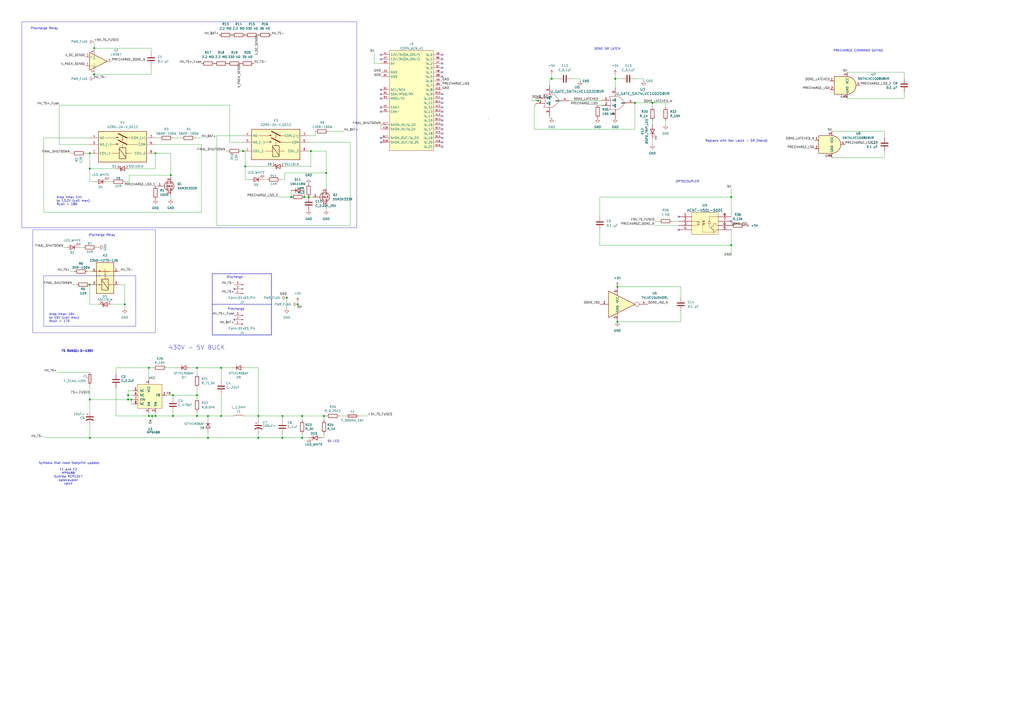
<source format=kicad_sch>
(kicad_sch (version 20250114) (generator "eeschema") (generator_version "9.0")
  (paper "A2")
  (rectangle (start 123.19 158.75) (end 157.48 176.53))
  (rectangle (start 123.19 176.53) (end 157.48 194.31))
  (text "drop Vmax 14V \nto 13.2V (coil max)\nRcoil = 180" (at 32.766 119.38 0) (effects (font (size 1.27 1.27)) (justify left bottom)))
  (text "Replace with Nor Latch - SR (Nand)" (at 427.228 81.788 0) (effects (font (size 1.27 1.27))))
  (text "F1 and F2\nMP9488\nSumida RCP1317\noptocoupler\nlatch" (at 39.624 276.606 0) (effects (font (size 1.27 1.27))))
  (text "OPTOCOUPLER" (at 398.78 105.41 0) (effects (font (size 1.27 1.27))))
  (text "Discharge" (at 136.144 160.782 0) (effects (font (size 1.27 1.27))))
  (text "430V - 5V BUCK" (at 97.79 203.2 0) (effects (font (size 2.4892 2.4892)) (justify left bottom)))
  (text "TS RANGE: 0-430V" (at 35.56 204.47 0) (effects (font (size 1.27 1.27) (thickness 0.254) (bold yes)) (justify left bottom)))
  (text "Discharge Relay" (at 51.308 137.16 0) (effects (font (size 1.27 1.27)) (justify left bottom)))
  (text "drop Vmax 16V \nto 15V (coil max)\nRcoil = 175\n" (at 28.448 187.198 0) (effects (font (size 1.27 1.27)) (justify left bottom)))
  (text "5V LED" (at 196.85 256.794 0) (effects (font (size 1.27 1.27)) (justify right bottom)))
  (text "Precharge\n" (at 136.906 179.324 0) (effects (font (size 1.27 1.27))))
  (text "Precharge Relay\n" (at 17.78 17.272 0) (effects (font (size 1.27 1.27)) (justify left bottom)))
  (text "DONE SR LATCH" (at 352.298 28.448 0) (effects (font (size 1.27 1.27))))
  (text "Symbols that need footprint update:" (at 40.132 268.732 0) (effects (font (size 1.27 1.27))))
  (text "PRECHARGE COMMAND GATING" (at 497.84 29.464 0) (effects (font (size 1.27 1.27))))
  (junction (at 140.97 87.63))
  (junction (at 100.33 241.3))
  (junction (at 114.3 213.36))
  (junction (at 74.295 231.775))
  (junction (at 52.07 165.1))
  (junction (at 424.18 114.3))
  (junction (at 163.83 254))
  (junction (at 168.91 114.3))
  (junction (at 100.33 229.235))
  (junction (at 180.34 87.63))
  (junction (at 358.14 166.37))
  (junction (at 90.17 241.3))
  (junction (at 128.27 213.36))
  (junction (at 179.07 114.3))
  (junction (at 74.295 229.235))
  (junction (at 172.72 176.53))
  (junction (at 189.23 100.33))
  (junction (at 424.18 142.24))
  (junction (at 176.53 114.3))
  (junction (at 86.36 241.3))
  (junction (at 175.26 254))
  (junction (at 175.26 241.3))
  (junction (at 120.65 254))
  (junction (at 120.65 241.3))
  (junction (at 312.166 58.42))
  (junction (at 114.3 241.3))
  (junction (at 358.14 186.69))
  (junction (at 52.07 254))
  (junction (at 142.24 96.52))
  (junction (at 54.61 43.18))
  (junction (at 88.265 241.3))
  (junction (at 86.36 213.36))
  (junction (at 166.37 172.72))
  (junction (at 114.3 229.235))
  (junction (at 378.46 59.69))
  (junction (at 76.2 231.775))
  (junction (at 52.07 97.79))
  (junction (at 187.96 241.3))
  (junction (at 368.3 59.69))
  (junction (at 54.61 27.94))
  (junction (at 52.07 231.775))
  (junction (at 72.39 176.53))
  (junction (at 128.27 241.3))
  (junction (at 320.04 45.72))
  (junction (at 90.17 88.9))
  (junction (at 356.87 45.72))
  (junction (at 163.83 241.3))
  (junction (at 149.86 254))
  (junction (at 149.86 241.3))
  (junction (at 99.06 101.6))
  (junction (at 52.07 88.9))
  (no_connect (at 256.54 54.61))
  (no_connect (at 220.98 31.75))
  (no_connect (at 256.54 62.23))
  (no_connect (at 256.54 59.69))
  (no_connect (at 256.54 77.47))
  (no_connect (at 220.98 54.61))
  (no_connect (at 220.98 80.01))
  (no_connect (at 220.98 82.55))
  (no_connect (at 256.54 44.45))
  (no_connect (at 256.54 69.85))
  (no_connect (at 256.54 85.09))
  (no_connect (at 424.18 128.27))
  (no_connect (at 256.54 41.91))
  (no_connect (at 256.54 64.77))
  (no_connect (at 220.98 57.15))
  (no_connect (at 220.98 34.29))
  (no_connect (at 135.89 167.64))
  (no_connect (at 220.98 52.07))
  (no_connect (at 256.54 34.29))
  (no_connect (at 220.98 62.23))
  (no_connect (at 256.54 74.93))
  (no_connect (at 220.98 64.77))
  (no_connect (at 135.89 185.42))
  (no_connect (at 256.54 36.83))
  (no_connect (at 256.54 57.15))
  (no_connect (at 256.54 67.31))
  (no_connect (at 256.54 39.37))
  (no_connect (at 256.54 31.75))
  (no_connect (at 256.54 72.39))
  (no_connect (at 393.7 133.35))
  (no_connect (at 256.54 80.01))
  (no_connect (at 393.7 125.73))
  (no_connect (at 256.54 82.55))
  (wire (pts (xy 308.61 58.42) (xy 308.61 57.15)))
  (wire (pts (xy 220.98 72.39) (xy 220.98 74.93)))
  (wire (pts (xy 90.17 97.79) (xy 90.17 88.9)))
  (wire (pts (xy 175.26 254) (xy 179.07 254)))
  (wire (pts (xy 368.3 59.69) (xy 368.3 74.93)))
  (wire (pts (xy 142.24 241.3) (xy 149.86 241.3)))
  (wire (pts (xy 189.23 100.33) (xy 189.23 109.22)))
  (wire (pts (xy 49.53 88.9) (xy 52.07 88.9)))
  (wire (pts (xy 50.8 157.48) (xy 53.34 157.48)))
  (wire (pts (xy 125.73 130.81) (xy 203.2 130.81)))
  (wire (pts (xy 52.07 231.775) (xy 52.07 238.76)))
  (wire (pts (xy 312.166 58.42) (xy 312.42 58.42)))
  (wire (pts (xy 310.896 58.166) (xy 310.896 56.896)))
  (wire (pts (xy 142.24 104.14) (xy 144.78 104.14)))
  (wire (pts (xy 86.36 213.36) (xy 86.36 220.345)))
  (wire (pts (xy 424.18 109.22) (xy 424.18 114.3)))
  (wire (pts (xy 52.07 80.01) (xy 25.4 80.01)))
  (wire (pts (xy 142.24 87.63) (xy 142.24 96.52)))
  (wire (pts (xy 120.65 250.825) (xy 120.65 254)))
  (wire (pts (xy 44.45 165.1) (xy 41.91 165.1)))
  (wire (pts (xy 149.86 254) (xy 163.83 254)))
  (wire (pts (xy 182.88 78.74) (xy 182.88 76.2)))
  (wire (pts (xy 87.63 30.48) (xy 87.63 27.94)))
  (wire (pts (xy 90.17 241.3) (xy 88.265 241.3)))
  (wire (pts (xy 309.88 74.93) (xy 368.3 74.93)))
  (wire (pts (xy 52.07 176.53) (xy 57.15 176.53)))
  (polyline (pts (xy 25.4 160.02) (xy 58.42 160.02)))
  (wire (pts (xy 163.83 251.46) (xy 163.83 254)))
  (wire (pts (xy 86.36 239.395) (xy 86.36 241.3)))
  (wire (pts (xy 86.36 213.36) (xy 88.9 213.36)))
  (wire (pts (xy 87.63 38.1) (xy 87.63 43.18)))
  (wire (pts (xy 394.97 172.72) (xy 394.97 166.37)))
  (wire (pts (xy 157.48 96.52) (xy 142.24 96.52)))
  (wire (pts (xy 142.24 213.36) (xy 149.86 213.36)))
  (wire (pts (xy 54.61 24.13) (xy 54.61 27.94)))
  (wire (pts (xy 318.77 45.72) (xy 320.04 45.72)))
  (wire (pts (xy 356.87 43.18) (xy 356.87 45.72)))
  (wire (pts (xy 36.83 143.51) (xy 38.1 143.51)))
  (wire (pts (xy 165.1 100.33) (xy 189.23 100.33)))
  (wire (pts (xy 87.63 27.94) (xy 54.61 27.94)))
  (wire (pts (xy 74.93 101.6) (xy 99.06 101.6)))
  (wire (pts (xy 189.23 87.63) (xy 180.34 87.63)))
  (wire (pts (xy 310.896 60.96) (xy 310.896 59.944)))
  (wire (pts (xy 67.31 241.3) (xy 86.36 241.3)))
  (wire (pts (xy 55.88 143.51) (xy 57.15 143.51)))
  (wire (pts (xy 389.89 128.27) (xy 393.7 128.27)))
  (polyline (pts (xy 123.19 158.75) (xy 157.48 158.75)))
  (wire (pts (xy 356.87 45.72) (xy 360.68 45.72)))
  (wire (pts (xy 100.33 229.235) (xy 114.3 229.235)))
  (wire (pts (xy 90.17 241.3) (xy 100.33 241.3)))
  (wire (pts (xy 166.37 171.45) (xy 166.37 172.72)))
  (wire (pts (xy 187.96 241.3) (xy 189.23 241.3)))
  (wire (pts (xy 87.63 43.18) (xy 54.61 43.18)))
  (wire (pts (xy 318.77 68.58) (xy 320.04 68.58)))
  (polyline (pts (xy 90.17 133.35) (xy 90.17 193.04)))
  (wire (pts (xy 114.3 224.79) (xy 114.3 229.235)))
  (wire (pts (xy 149.86 241.3) (xy 149.86 243.84)))
  (wire (pts (xy 52.07 246.38) (xy 52.07 254)))
  (wire (pts (xy 163.83 241.3) (xy 175.26 241.3)))
  (wire (pts (xy 52.07 165.1) (xy 53.34 165.1)))
  (wire (pts (xy 348.996 58.42) (xy 348.996 58.166)))
  (wire (pts (xy 34.29 60.96) (xy 34.29 83.82)))
  (wire (pts (xy 176.53 114.3) (xy 179.07 114.3)))
  (wire (pts (xy 491.49 57.15) (xy 524.51 57.15)))
  (wire (pts (xy 524.51 41.91) (xy 524.51 45.72)))
  (wire (pts (xy 320.04 43.18) (xy 320.04 45.72)))
  (polyline (pts (xy 19.05 133.35) (xy 90.17 133.35)))
  (wire (pts (xy 120.65 241.3) (xy 120.65 243.205)))
  (wire (pts (xy 165.1 104.14) (xy 162.56 104.14)))
  (wire (pts (xy 52.07 88.9) (xy 52.07 97.79)))
  (wire (pts (xy 100.33 238.76) (xy 100.33 241.3)))
  (wire (pts (xy 513.08 76.2) (xy 513.08 80.01)))
  (wire (pts (xy 74.295 226.695) (xy 74.295 229.235)))
  (wire (pts (xy 513.08 91.44) (xy 482.6 91.44)))
  (wire (pts (xy 74.93 97.79) (xy 90.17 97.79)))
  (wire (pts (xy 330.2 58.42) (xy 348.996 58.42)))
  (wire (pts (xy 386.08 69.85) (xy 386.08 72.39)))
  (wire (pts (xy 110.49 213.36) (xy 114.3 213.36)))
  (wire (pts (xy 166.37 172.72) (xy 166.37 179.07)))
  (wire (pts (xy 90.17 80.01) (xy 92.71 80.01)))
  (polyline (pts (xy 12.7 132.08) (xy 207.01 132.08)))
  (wire (pts (xy 52.07 254) (xy 120.65 254)))
  (wire (pts (xy 186.69 254) (xy 187.96 254)))
  (wire (pts (xy 96.52 213.36) (xy 102.87 213.36)))
  (wire (pts (xy 203.2 130.81) (xy 203.2 82.55)))
  (wire (pts (xy 175.26 241.3) (xy 175.26 243.84)))
  (wire (pts (xy 100.33 80.01) (xy 105.41 80.01)))
  (wire (pts (xy 491.49 41.91) (xy 524.51 41.91)))
  (wire (pts (xy 175.26 241.3) (xy 187.96 241.3)))
  (wire (pts (xy 424.18 114.3) (xy 424.18 125.73)))
  (wire (pts (xy 90.17 83.82) (xy 116.84 83.82)))
  (wire (pts (xy 346.71 60.96) (xy 348.996 60.96)))
  (wire (pts (xy 77.47 226.695) (xy 74.295 226.695)))
  (wire (pts (xy 128.27 228.6) (xy 128.27 241.3)))
  (wire (pts (xy 152.4 104.14) (xy 154.94 104.14)))
  (wire (pts (xy 394.97 166.37) (xy 358.14 166.37)))
  (wire (pts (xy 165.1 96.52) (xy 180.34 96.52)))
  (wire (pts (xy 130.81 87.63) (xy 132.08 87.63)))
  (wire (pts (xy 373.38 45.72) (xy 373.38 46.99)))
  (wire (pts (xy 40.64 88.9) (xy 41.91 88.9)))
  (wire (pts (xy 318.77 45.72) (xy 318.77 49.53)))
  (wire (pts (xy 179.07 87.63) (xy 180.34 87.63)))
  (wire (pts (xy 165.1 104.14) (xy 165.1 100.33)))
  (wire (pts (xy 163.83 254) (xy 175.26 254)))
  (wire (pts (xy 394.97 186.69) (xy 394.97 180.34)))
  (wire (pts (xy 348.996 60.96) (xy 348.996 61.214)))
  (wire (pts (xy 140.97 87.63) (xy 142.24 87.63)))
  (wire (pts (xy 336.55 45.72) (xy 336.55 46.99)))
  (wire (pts (xy 67.31 213.36) (xy 67.31 217.17)))
  (wire (pts (xy 378.46 80.01) (xy 378.46 83.82)))
  (wire (pts (xy 187.96 241.3) (xy 187.96 243.84)))
  (wire (pts (xy 208.28 241.3) (xy 213.36 241.3)))
  (wire (pts (xy 76.2 234.315) (xy 76.2 231.775)))
  (wire (pts (xy 77.47 229.235) (xy 74.295 229.235)))
  (wire (pts (xy 88.265 241.3) (xy 88.265 243.205)))
  (wire (pts (xy 179.07 114.3) (xy 181.61 114.3)))
  (wire (pts (xy 114.3 238.76) (xy 114.3 241.3)))
  (wire (pts (xy 33.02 215.9) (xy 52.07 215.9)))
  (wire (pts (xy 347.98 133.35) (xy 347.98 142.24)))
  (wire (pts (xy 310.896 58.166) (xy 312.166 58.166)))
  (wire (pts (xy 217.17 36.83) (xy 217.17 30.48)))
  (wire (pts (xy 133.35 60.96) (xy 133.35 82.55)))
  (wire (pts (xy 368.3 45.72) (xy 373.38 45.72)))
  (wire (pts (xy 149.86 251.46) (xy 149.86 254)))
  (polyline (pts (xy 78.74 160.02) (xy 78.74 189.23)))
  (wire (pts (xy 67.31 213.36) (xy 86.36 213.36)))
  (wire (pts (xy 168.91 110.49) (xy 168.91 114.3)))
  (wire (pts (xy 34.29 83.82) (xy 52.07 83.82)))
  (wire (pts (xy 128.27 213.36) (xy 134.62 213.36)))
  (wire (pts (xy 52.07 97.79) (xy 52.07 105.41)))
  (wire (pts (xy 74.295 231.775) (xy 76.2 231.775)))
  (polyline (pts (xy 207.01 132.08) (xy 207.01 12.7)))
  (polyline (pts (xy 25.4 189.23) (xy 25.4 160.02)))
  (wire (pts (xy 172.72 175.26) (xy 172.72 176.53)))
  (wire (pts (xy 190.5 76.2) (xy 199.39 76.2)))
  (wire (pts (xy 99.06 115.57) (xy 99.06 113.03)))
  (wire (pts (xy 90.17 239.395) (xy 90.17 241.3)))
  (wire (pts (xy 62.23 105.41) (xy 64.77 105.41)))
  (wire (pts (xy 52.07 165.1) (xy 52.07 176.53)))
  (polyline (pts (xy 19.05 193.04) (xy 19.05 133.35)))
  (wire (pts (xy 64.77 176.53) (xy 72.39 176.53)))
  (wire (pts (xy 54.61 43.18) (xy 54.61 45.72)))
  (wire (pts (xy 176.53 110.49) (xy 176.53 114.3)))
  (wire (pts (xy 424.18 133.35) (xy 424.18 142.24)))
  (wire (pts (xy 74.93 105.41) (xy 74.93 101.6)))
  (wire (pts (xy 116.84 123.19) (xy 116.84 83.82)))
  (wire (pts (xy 77.47 234.315) (xy 76.2 234.315)))
  (wire (pts (xy 347.98 114.3) (xy 424.18 114.3)))
  (wire (pts (xy 52.07 231.775) (xy 74.295 231.775)))
  (wire (pts (xy 524.51 53.34) (xy 524.51 57.15)))
  (wire (pts (xy 358.14 186.69) (xy 394.97 186.69)))
  (wire (pts (xy 96.52 229.235) (xy 100.33 229.235)))
  (wire (pts (xy 25.4 80.01) (xy 25.4 123.19)))
  (wire (pts (xy 68.58 165.1) (xy 72.39 165.1)))
  (wire (pts (xy 318.77 67.31) (xy 318.77 68.58)))
  (wire (pts (xy 172.72 176.53) (xy 172.72 179.07)))
  (wire (pts (xy 25.4 123.19) (xy 116.84 123.19)))
  (polyline (pts (xy 12.7 12.7) (xy 207.01 12.7)))
  (wire (pts (xy 140.97 78.74) (xy 125.73 78.74)))
  (wire (pts (xy 100.33 229.235) (xy 100.33 231.14)))
  (wire (pts (xy 331.47 45.72) (xy 336.55 45.72)))
  (wire (pts (xy 125.73 78.74) (xy 125.73 130.81)))
  (wire (pts (xy 189.23 121.92) (xy 189.23 119.38)))
  (polyline (pts (xy 55.88 160.02) (xy 78.74 160.02)))
  (wire (pts (xy 90.17 88.9) (xy 99.06 88.9)))
  (wire (pts (xy 386.08 59.69) (xy 386.08 62.23)))
  (wire (pts (xy 45.72 143.51) (xy 48.26 143.51)))
  (wire (pts (xy 378.46 69.85) (xy 378.46 72.39)))
  (wire (pts (xy 91.44 107.95) (xy 90.17 107.95)))
  (wire (pts (xy 52.07 223.52) (xy 52.07 231.775)))
  (wire (pts (xy 308.61 58.42) (xy 312.166 58.42)))
  (polyline (pts (xy 123.19 158.75) (xy 123.19 194.31)))
  (wire (pts (xy 114.3 241.3) (xy 120.65 241.3)))
  (wire (pts (xy 513.08 87.63) (xy 513.08 91.44)))
  (wire (pts (xy 128.27 213.36) (xy 128.27 220.98)))
  (wire (pts (xy 72.39 165.1) (xy 72.39 176.53)))
  (polyline (pts (xy 12.7 12.7) (xy 12.7 132.08)))
  (wire (pts (xy 74.295 229.235) (xy 74.295 231.775)))
  (wire (pts (xy 100.33 241.3) (xy 114.3 241.3)))
  (wire (pts (xy 149.86 213.36) (xy 149.86 241.3)))
  (wire (pts (xy 368.3 59.69) (xy 378.46 59.69)))
  (wire (pts (xy 67.31 97.79) (xy 52.07 97.79)))
  (wire (pts (xy 379.73 130.81) (xy 393.7 130.81)))
  (wire (pts (xy 99.06 88.9) (xy 99.06 101.6)))
  (wire (pts (xy 72.39 176.53) (xy 72.39 179.07)))
  (wire (pts (xy 114.3 213.36) (xy 128.27 213.36)))
  (wire (pts (xy 179.07 78.74) (xy 182.88 78.74)))
  (wire (pts (xy 149.86 241.3) (xy 163.83 241.3)))
  (polyline (pts (xy 157.48 194.31) (xy 123.19 194.31)))
  (wire (pts (xy 347.98 125.73) (xy 347.98 114.3)))
  (wire (pts (xy 310.896 60.96) (xy 309.88 60.96)))
  (wire (pts (xy 379.73 128.27) (xy 382.27 128.27)))
  (wire (pts (xy 120.65 241.3) (xy 128.27 241.3)))
  (wire (pts (xy 347.98 142.24) (xy 424.18 142.24)))
  (wire (pts (xy 74.93 105.41) (xy 72.39 105.41)))
  (wire (pts (xy 220.98 36.83) (xy 217.17 36.83)))
  (wire (pts (xy 161.29 114.3) (xy 168.91 114.3)))
  (wire (pts (xy 142.24 96.52) (xy 142.24 104.14)))
  (wire (pts (xy 139.7 87.63) (xy 140.97 87.63)))
  (wire (pts (xy 356.87 45.72) (xy 356.87 50.8)))
  (wire (pts (xy 68.58 157.48) (xy 69.85 157.48)))
  (wire (pts (xy 189.23 100.33) (xy 189.23 87.63)))
  (polyline (pts (xy 157.48 158.75) (xy 157.48 194.31)))
  (wire (pts (xy 86.36 241.3) (xy 88.265 241.3)))
  (wire (pts (xy 180.34 87.63) (xy 180.34 96.52)))
  (wire (pts (xy 67.31 224.79) (xy 67.31 241.3)))
  (wire (pts (xy 120.65 254) (xy 149.86 254)))
  (wire (pts (xy 175.26 251.46) (xy 175.26 254)))
  (wire (pts (xy 128.27 241.3) (xy 134.62 241.3)))
  (wire (pts (xy 320.04 45.72) (xy 323.85 45.72)))
  (wire (pts (xy 113.03 80.01) (xy 116.84 80.01)))
  (wire (pts (xy 203.2 82.55) (xy 179.07 82.55)))
  (wire (pts (xy 34.29 60.96) (xy 133.35 60.96)))
  (wire (pts (xy 309.88 60.96) (xy 309.88 74.93)))
  (wire (pts (xy 114.3 229.235) (xy 114.3 231.14)))
  (wire (pts (xy 424.18 142.24) (xy 424.18 148.59)))
  (wire (pts (xy 76.2 231.775) (xy 77.47 231.775)))
  (wire (pts (xy 312.166 58.166) (xy 312.166 58.42)))
  (wire (pts (xy 52.07 105.41) (xy 54.61 105.41)))
  (wire (pts (xy 378.46 59.69) (xy 378.46 62.23)))
  (wire (pts (xy 163.83 241.3) (xy 163.83 243.84)))
  (polyline (pts (xy 19.05 193.04) (xy 90.17 193.04)))
  (polyline (pts (xy 78.74 189.23) (xy 25.4 189.23)))
  (wire (pts (xy 40.64 157.48) (xy 43.18 157.48)))
  (wire (pts (xy 187.96 254) (xy 187.96 251.46)))
  (wire (pts (xy 25.4 254) (xy 52.07 254)))
  (wire (pts (xy 196.85 241.3) (xy 200.66 241.3)))
  (wire (pts (xy 133.35 82.55) (xy 140.97 82.55)))
  (wire (pts (xy 99.06 101.6) (xy 99.06 102.87)))
  (wire (pts (xy 378.46 59.69) (xy 386.08 59.69)))
  (wire (pts (xy 482.6 76.2) (xy 513.08 76.2)))
  (wire (pts (xy 114.3 213.36) (xy 114.3 217.17)))
  (label "PRECHARGE_LSD" (at 256.54 49.53 0))
  (label "PRECHARGE_DONE_N" (at 64.77 35.56 0))
  (label "+5V_TS_FUSED" (at 213.36 241.3 0))
  (label "VCC" (at 86.36 220.345 0))
  (label "DONE_ISO_N" (at 375.92 176.53 0))
  (label "V_DC_SENSE" (at 49.53 33.02 180))
  (label "DONE_LATCHED_N" (at 472.44 81.28 180))
  (label "V_PACK_SENSE" (at 49.53 38.1 180))
  (label "5V" (at 491.49 41.91 180))
  (label "FINAL_SHUTDOWN" (at 130.81 87.63 180))
  (label "PRECHARGE_LSD" (at 481.33 52.07 180))
  (label "HV_TS+_Fuse" (at 34.29 60.96 180))
  (label "HV_TS-" (at 135.89 165.1 180))
  (label "FINAL_SHUTDOWN" (at 40.64 88.9 180))
  (label "DONE_ISO" (at 347.98 176.53 180))
  (label "HV_TS-" (at 25.4 254 180))
  (label "FINAL_SHUTDOWN" (at 220.98 72.39 180))
  (label "+5V_TS_FUSED" (at 54.61 24.13 0))
  (label "V_DC_SENSE" (at 149.86 20.32 270))
  (label "DONE_ISO" (at 424.18 130.81 0))
  (label "5V" (at 424.18 109.22 180))
  (label "HV_BAT+" (at 135.89 187.96 180))
  (label "GND" (at 256.54 46.99 0))
  (label "DONE_ISO_N" (at 308.61 57.15 0))
  (label "V_PACK_SENSE" (at 139.7 36.83 270))
  (label "GND" (at 220.98 41.91 180))
  (label "PRECHARGE_DONE_N" (at 379.73 130.81 180))
  (label "TS+_FUSED" (at 52.07 228.6 180))
  (label "PRECHARGE_LSD_2" (at 161.29 114.3 180))
  (label "PRECHARGE_LSD_1" (at 490.22 83.82 0))
  (label "HV_TS+_Fuse" (at 116.84 36.83 180))
  (label "HV_TS-" (at 147.32 36.83 0))
  (label "FINAL_SHUTDOWN" (at 41.91 165.1 180))
  (label "5V" (at 482.6 76.2 180))
  (label "5V" (at 217.17 30.48 180))
  (label "DONE_LATCHED_N" (at 373.38 59.69 0))
  (label "DONE_LATCHED" (at 481.33 46.99 180))
  (label "HV_BAT+" (at 116.84 80.01 0))
  (label "HV_TS-" (at 54.61 45.72 0))
  (label "HV_TS+" (at 135.89 170.18 180))
  (label "SW" (at 88.265 243.205 270))
  (label "PRECHARGE_LSD_1" (at 90.17 107.95 180))
  (label "GND" (at 424.18 148.59 180))
  (label "PRECHARGE_LSD" (at 472.44 86.36 180))
  (label "FINAL_SHUTDOWN" (at 36.83 143.51 180))
  (label "HV_TS-" (at 157.48 20.32 0))
  (label "HV_BAT+" (at 199.39 76.2 0))
  (label "FB" (at 96.52 229.235 0))
  (label "HV_TS-" (at 69.85 157.48 0))
  (label "DONE_LATCHED" (at 332.74 58.42 0))
  (label "HV_TS+_Fuse" (at 135.89 182.88 180))
  (label "PRECHARGE_LSD" (at 346.71 60.96 180))
  (label "GND" (at 482.6 91.44 180))
  (label "GND" (at 220.98 44.45 180))
  (label "HV_TS+" (at 33.02 215.9 180))
  (label "GND" (at 256.54 52.07 0))
  (label "HV_BAT+" (at 127 20.32 180))
  (label "+5V_TS_FUSED" (at 379.73 128.27 180))
  (label "GND" (at 491.49 57.15 180))
  (label "PRECHARGE_LSD_2" (at 499.11 49.53 0))
  (label "HV_TS+" (at 40.64 157.48 180))
  (label "GND" (at 166.37 171.45 180))
  (label "5V" (at 172.72 179.07 0))
  (symbol (lib_name "GND_2") (lib_id "power:GND") (at 336.55 46.99 0) (unit 1)
    (property "Reference" "#PWR?" (effects (hide yes)))
    (property "Value" "GND" (at 339.852 46.99 0))
    (property "Description" "Power symbol creates a global label with name \"GND\" , ground" (effects (hide yes)))
  )
  (symbol (lib_name "SS110LW_1") (lib_id "OEM:SS110LW") (at 161.29 96.52 0) (unit 1)
    (property "Reference" "D6" (at 156.464 95.25 0))
    (property "Value" "SS110LW" (at 169.164 95.25 0))
    (property "Footprint" "OEM:D_SOD-123" (effects (hide yes)))
    (property "Datasheet" "${OEM_DIR}/parts/datasheets/taiwan-semi_SS1XXLW.pdf" (effects (hide yes)))
    (property "MPN" "SS110LW" (effects (hide yes)))
    (property "MFN" "Taiwan Semiconductor Corporation" (effects (hide yes)))
    (property "DKPN" "1801-SS110LWDKR-ND" (effects (hide yes)))
    (property "Package" "SOD-123" (effects (hide yes)))
    (property "NewDesigns" "YES" (effects (hide yes)))
    (property "Stocked" "Tape" (effects (hide yes)))
    (property "Style" "SMD" (effects (hide yes)))
  )
  (symbol (lib_id "OEM:470pF") (at 100.33 234.95 0) (unit 1)
    (property "Reference" "C3" (at 103.251 232.5116 0) (effects (justify left)))
    (property "Value" "C_470pF" (at 103.251 234.823 0) (effects (justify left)))
    (property "Footprint" "Capacitor_SMD:C_0603_1608Metric" (effects (hide yes)))
    (property "Datasheet" "http://www.passivecomponent.com/wp-content/uploads/datasheet/WTC_MLCC_General_Purpose.pdf" (effects (hide yes)))
    (property "MPN" "0603B471K500CT" (effects (hide yes)))
    (property "MFN" "Walsin Technology" (effects (hide yes)))
    (property "DKPN" "1292-1438-6-ND" (effects (hide yes)))
    (property "NewDesigns" "YES" (effects (hide yes)))
    (property "Stocked" "Digi-Reel" (effects (hide yes)))
    (property "Package" "0603" (effects (hide yes)))
    (property "Style" "SMD" (effects (hide yes)))
  )
  (symbol (lib_id "OEM:1KR") (at 68.58 105.41 90) (unit 1)
    (property "Reference" "R8" (at 68.58 103.378 90))
    (property "Value" "1KR" (at 68.58 107.95 90))
    (property "Footprint" "OEM:R_0603" (effects (hide yes)))
    (property "Datasheet" "${OEM_DIR}/parts/datasheets/stackpole_RMCF_RMCP.pdf" (effects (hide yes)))
    (property "MFN" "Stackpole Electronics" (effects (hide yes)))
    (property "MPN" "RMCF0603FT1K00" (effects (hide yes)))
    (property "DKPN" "RMCF0603FT1K00TR-ND" (effects (hide yes)))
    (property "NewDesigns" "YES" (effects (hide yes)))
    (property "Stocked" "Reel" (effects (hide yes)))
    (property "Package" "0603" (effects (hide yes)))
    (property "Style" "SMD" (effects (hide yes)))
  )
  (symbol (lib_id "74xGxx:74LVC1GU04DRL") (at 358.14 176.53 0) (unit 1)
    (property "Reference" "U5" (at 379.73 170.1098 0))
    (property "Value" "74LVC1GU04DRL" (at 379.73 172.6498 0))
    (property "Footprint" "Package_TO_SOT_SMD:SOT-553" (effects (hide yes)))
    (property "Datasheet" "http://www.ti.com/lit/ds/symlink/sn74lvc1gu04.pdf" (effects (hide yes)))
    (property "Description" "Single Inverter Gate, SOT-553" (effects (hide yes)))
  )
  (symbol (lib_id "OEM:G2RG-2A-X_DC12") (at 71.12 85.09 0) (unit 1)
    (property "Reference" "K1" (at 71.12 71.12 0))
    (property "Value" "G2RG-2A-X_DC12" (at 71.12 73.66 0))
    (property "Footprint" "OEM:K_Relay_DPST_NO_10A_12V_TH" (effects (hide yes)))
    (property "Datasheet" "${OEM_DIR}/parts/datasheets/omron_G2RG-X.pdf" (effects (hide yes)))
    (property "MPN" "G2RG-2A-X DC12" (effects (hide yes)))
    (property "MFN" "Omron" (effects (hide yes)))
    (property "DKPN" "39-G2RG-2A-XDC12-ND" (effects (hide yes)))
    (property "Package" "Custom" (effects (hide yes)))
    (property "NewDesigns" "YES" (effects (hide yes)))
    (property "Stocked" "No" (effects (hide yes)))
    (property "Style" "THT" (effects (hide yes)))
  )
  (symbol (lib_id "OEM:12R") (at 48.26 165.1 90) (unit 1)
    (property "Reference" "R5" (at 49.53 167.64 90) (effects (justify left)))
    (property "Value" "12R" (at 48.26 170.18 90))
    (property "Footprint" "OEM:R_0603" (effects (hide yes)))
    (property "Datasheet" "${OEM_DIR}/parts/datasheets/yageo_RC_L.pdf" (effects (hide yes)))
    (property "MFN" "YAGEO" (effects (hide yes)))
    (property "MPN" "RC0603FR-0712RL" (effects (hide yes)))
    (property "DKPN" "311-12.0HRTR-ND" (effects (hide yes)))
    (property "NewDesigns" "YES" (effects (hide yes)))
    (property "Stocked" "Reel" (effects (hide yes)))
    (property "Package" "0603" (effects (hide yes)))
    (property "Style" "SMD" (effects (hide yes)))
  )
  (symbol (lib_id "OEM:C_0.1uF") (at 364.49 45.72 90) (unit 1)
    (property "Reference" "C13" (at 364.49 38.1 90))
    (property "Value" "C_0.1uF" (at 364.49 40.64 90))
    (property "Footprint" "OEM:C_0603_1608Metric" (effects (hide yes)))
    (property "Datasheet" "${OEM_DIR}/parts/datasheets/samsung_CL10B104KB8NNWC.pdf" (effects (hide yes)))
    (property "Description" "Unpolarized capacitor 0.1uF 50V X7R 0603" (effects (hide yes)))
    (property "MPN" "CL10B104KB8NNWC" (effects (hide yes)))
    (property "MFN" "Samsung Electro-Mechanics" (effects (hide yes)))
    (property "DKPN" "1276-1935-2-ND" (effects (hide yes)))
    (property "Package" "0603" (effects (hide yes)))
    (property "Stocked" "Reel" (effects (hide yes)))
    (property "NewDesigns" "YES" (effects (hide yes)))
    (property "Style" "SMD" (effects (hide yes)))
  )
  (symbol (lib_id "Device:R") (at 146.05 20.32 270) (unit 1)
    (property "Reference" "R15" (at 146.05 13.97 90))
    (property "Value" "330 kΩ" (at 146.05 16.51 90))
    (property "Footprint" "Resistor_SMD:R_1206_3216Metric" (effects (hide yes)))
    (property "Description" "Resistor" (effects (hide yes)))
  )
  (symbol (lib_id "Connector:Conn_01x03_Pin") (at 140.97 185.42 180) (unit 1)
    (property "Reference" "J4" (at 140.335 193.04 0))
    (property "Value" "Conn_01x03_Pin" (at 140.335 190.5 0))
    (property "Footprint" "Connector_Molex:Molex_Micro-Fit_3.0_43650-0315_1x03_P3.00mm_Vertical" (effects (hide yes)))
    (property "Description" "Generic connector, single row, 01x03, script generated" (effects (hide yes)))
  )
  (symbol (lib_id "OEM:F_500mA_16V") (at 204.47 241.3 270) (unit 1)
    (property "Reference" "F2" (at 204.47 239.014 90))
    (property "Value" "F_500mA_16V" (at 204.47 243.84 90))
    (property "Footprint" "footprints:Fuse_1210" (effects (hide yes)))
    (property "Datasheet" "https://belfuse.com/resources/CircuitProtection/datasheets/0ZCH%20Nov2016.pdf" (effects (hide yes)))
    (property "MFN" "Bel Fuse" (effects (hide yes)))
    (property "MPN" "0ZCH0050FF2G" (effects (hide yes)))
    (property "DKPN" "507-1786-1-ND" (effects (hide yes)))
    (property "NewDesigns" "YES" (effects (hide yes)))
    (property "Stocked" "Tape" (effects (hide yes)))
    (property "Package" "1210" (effects (hide yes)))
    (property "Style" "SMD" (effects (hide yes)))
  )
  (symbol (lib_name "SS110LW_1") (lib_id "OEM:SS110LW") (at 71.12 97.79 0) (unit 1)
    (property "Reference" "D1" (at 66.294 96.52 0))
    (property "Value" "SS110LW" (at 78.994 96.52 0))
    (property "Footprint" "OEM:D_SOD-123" (effects (hide yes)))
    (property "Datasheet" "${OEM_DIR}/parts/datasheets/taiwan-semi_SS1XXLW.pdf" (effects (hide yes)))
    (property "MPN" "SS110LW" (effects (hide yes)))
    (property "MFN" "Taiwan Semiconductor Corporation" (effects (hide yes)))
    (property "DKPN" "1801-SS110LWDKR-ND" (effects (hide yes)))
    (property "Package" "SOD-123" (effects (hide yes)))
    (property "NewDesigns" "YES" (effects (hide yes)))
    (property "Stocked" "Tape" (effects (hide yes)))
    (property "Style" "SMD" (effects (hide yes)))
  )
  (symbol (lib_id "OEM:3KR-100W") (at 46.99 157.48 90) (unit 1)
    (property "Reference" "R6" (at 48.26 152.908 90) (effects (justify left)))
    (property "Value" "3KR-100W" (at 46.99 155.194 90))
    (property "Footprint" "OEM:R_TO247-Heatsink" (effects (hide yes)))
    (property "Datasheet" "${OEM_DIR}/parts/datasheets/ohmite_ap101.pdf" (effects (hide yes)))
    (property "MPN" "AP1013KJ" (effects (hide yes)))
    (property "MFN" "Ohmite/Arcol" (effects (hide yes)))
    (property "DPN" "AP1013KJ-ND" (effects (hide yes)))
    (property "NewDesigns" "YES" (effects (hide yes)))
    (property "Package" "TO247" (effects (hide yes)))
    (property "Stocked" "No" (effects (hide yes)))
    (property "Style" "THT" (effects (hide yes)))
    (property "DKPN" "AP1013KJ-ND" (effects (hide yes)))
  )
  (symbol (lib_id "power:GND") (at 166.37 179.07 0) (unit 1)
    (property "Reference" "#PWR?" (effects (hide yes)))
    (property "Value" "GND" (at 166.37 184.15 0))
  )
  (symbol (lib_id "OEM:2u2F") (at 67.31 220.98 0) (unit 1)
    (property "Reference" "C2" (at 70.231 218.5416 0) (effects (justify left)))
    (property "Value" "C_2.2uF" (at 70.231 220.853 0) (effects (justify left)))
    (property "Footprint" "Capacitor_SMD:C_0603_1608Metric" (effects (hide yes)))
    (property "Datasheet" "https://search.murata.co.jp/Ceramy/image/img/A01X/G101/ENG/GRM188R61E225KA12-01.pdf" (effects (hide yes)))
    (property "MFN" "Murata" (effects (hide yes)))
    (property "MPN" "GRM188R61E225KA12J" (effects (hide yes)))
    (property "DKPN" "490-GRM188R61E225KA12JDKR-ND" (effects (hide yes)))
    (property "NewDesigns" "YES" (effects (hide yes)))
    (property "Stocked" "Digi-Reel" (effects (hide yes)))
    (property "Package" "0603" (effects (hide yes)))
    (property "Style" "SMD" (effects (hide yes)))
  )
  (symbol (lib_id "OEM:3350-4275-126") (at 60.96 160.02 90) (unit 1)
    (property "Reference" "K2" (at 60.96 148.1582 90))
    (property "Value" "3350-4275-126" (at 68.58 151.13 90) (effects (justify left)))
    (property "Footprint" "OEM:Relay_Comus_3350" (effects (hide yes)))
    (property "Datasheet" "${OEM_DIR}/parts/datasheets/comus_33XX.pdf" (effects (hide yes)))
    (property "MPN" "3350-4275-126" (effects (hide yes)))
    (property "MFN" "Comus" (effects (hide yes)))
    (property "DKPN" "1835-1040-ND" (effects (hide yes)))
    (property "Package" "Custom" (effects (hide yes)))
    (property "NewDesigns" "Yes" (effects (hide yes)))
    (property "Stocked" "No" (effects (hide yes)))
    (property "Style" "THT" (effects (hide yes)))
  )
  (symbol (lib_id "OEM:1uF") (at 163.83 247.65 0) (unit 1)
    (property "Reference" "C8" (at 166.751 245.2116 0) (effects (justify left)))
    (property "Value" "C_1uF" (at 166.751 247.523 0) (effects (justify left)))
    (property "Footprint" "Capacitor_SMD:C_0603_1608Metric" (effects (hide yes)))
    (property "Datasheet" "https://media.digikey.com/pdf/Data%20Sheets/Samsung%20PDFs/CL10B105KA8NNNC_spec.pdf" (effects (hide yes)))
    (property "MFN" "Samsung Electro-Mechanics" (effects (hide yes)))
    (property "MPN" "CL10B105KA8NNNC" (effects (hide yes)))
    (property "DKPN" "1276-1184-2-ND" (effects (hide yes)))
    (property "Package" "0603" (effects (hide yes)))
    (property "Stocked" "Reel" (effects (hide yes)))
    (property "NewDesigns" "YES" (effects (hide yes)))
    (property "Style" "SMD" (effects (hide yes)))
  )
  (symbol (lib_id "Device:R") (at 153.67 20.32 90) (unit 1)
    (property "Reference" "R16" (at 153.67 13.97 90))
    (property "Value" "36 kΩ" (at 153.67 16.51 90))
    (property "Footprint" "Resistor_SMD:R_1206_3216Metric" (effects (hide yes)))
    (property "Description" "Resistor" (effects (hide yes)))
  )
  (symbol (lib_id "OEM:LED_RED") (at 378.46 76.2 90) (unit 1)
    (property "Reference" "D12" (at 372.618 76.2 0))
    (property "Value" "BSPD_TRIP_LED" (at 375.158 76.2 0))
    (property "Footprint" "OEM:D_0805_2012Metric" (effects (hide yes)))
    (property "Datasheet" "${OEM_DIR}/parts/datasheets" (effects (hide yes)))
    (property "Description" "Light emitting diode" (effects (hide yes)))
    (property "Package" "0805" (effects (hide yes)))
    (property "NewDesigns" "No" (effects (hide yes)))
    (property "Stocked" "No" (effects (hide yes)))
    (property "Style" "SMD" (effects (hide yes)))
  )
  (symbol (lib_name "GND_2") (lib_id "power:GND") (at 320.04 68.58 0) (unit 1)
    (property "Reference" "#PWR?" (effects (hide yes)))
    (property "Value" "GND" (at 320.04 73.66 0))
    (property "Description" "Power symbol creates a global label with name \"GND\" , ground" (effects (hide yes)))
  )
  (symbol (lib_id "power:+5V") (at 172.72 175.26 0) (unit 1)
    (property "Reference" "#PWR?" (effects (hide yes)))
    (property "Value" "+5V" (at 172.72 170.18 0))
  )
  (symbol (lib_id "Device:R") (at 130.81 20.32 270) (unit 1)
    (property "Reference" "R13" (at 130.81 13.97 90))
    (property "Value" "2.2 MΩ" (at 130.81 16.51 90))
    (property "Footprint" "Resistor_SMD:R_1206_3216Metric" (effects (hide yes)))
    (property "Description" "Resistor" (effects (hide yes)))
  )
  (symbol (lib_id "OEM:10KR") (at 90.17 111.76 0) (unit 1)
    (property "Reference" "R1" (at 92.71 110.4899 0) (effects (justify left)))
    (property "Value" "10KR" (at 92.71 113.0299 0) (effects (justify left)))
    (property "Footprint" "OEM:R_0603" (effects (hide yes)))
    (property "Datasheet" "${OEM_DIR}/parts/datasheets/stackpole_RMCF_RMCP.pdf" (effects (hide yes)))
    (property "MPN" "RMCF0603FT10K0" (effects (hide yes)))
    (property "MFN" "Stackpole Electronics" (effects (hide yes)))
    (property "DKPN" "RMCF0603FT10K0TR-ND" (effects (hide yes)))
    (property "Package" "0603" (effects (hide yes)))
    (property "NewDesigns" "YES" (effects (hide yes)))
    (property "Stocked" "Reel" (effects (hide yes)))
    (property "Style" "SMD" (effects (hide yes)))
  )
  (symbol (lib_id "OEM:560R-100W") (at 96.52 80.01 270) (unit 1)
    (property "Reference" "R3" (at 96.52 74.93 90))
    (property "Value" "560R-100W" (at 96.52 77.47 90))
    (property "Footprint" "OEM:R_TO247-Heatsink" (effects (hide yes)))
    (property "Datasheet" "${OEM_DIR}/parts/datasheets/ohmite_ap101.pdf" (effects (hide yes)))
    (property "MFN" "Ohmite/Arcol" (effects (hide yes)))
    (property "MPN" "AP101560RJ" (effects (hide yes)))
    (property "DPN" "AP101560RJ-ND" (effects (hide yes)))
    (property "NewDesigns" "YES" (effects (hide yes)))
    (property "Package" "TO247" (effects (hide yes)))
    (property "Stocked" "No" (effects (hide yes)))
    (property "Style" "THT" (effects (hide yes)))
    (property "DKPN" "AP101560RJ-ND" (effects (hide yes)))
  )
  (symbol (lib_id "Device:R") (at 135.89 36.83 270) (unit 1)
    (property "Reference" "R19" (at 135.89 30.48 90))
    (property "Value" "330 kΩ" (at 135.89 33.02 90))
    (property "Footprint" "Resistor_SMD:R_1206_3216Metric" (effects (hide yes)))
    (property "Description" "Resistor" (effects (hide yes)))
  )
  (symbol (lib_name "GND_2") (lib_id "power:GND") (at 346.71 68.58 0) (unit 1)
    (property "Reference" "#PWR?" (effects (hide yes)))
    (property "Value" "GND" (at 346.71 73.66 0))
    (property "Description" "Power symbol creates a global label with name \"GND\" , ground" (effects (hide yes)))
  )
  (symbol (lib_id "Device:C") (at 87.63 34.29 0) (unit 1)
    (property "Reference" "C1" (at 91.44 33.0199 0) (effects (justify left)))
    (property "Value" "0.1 µF" (at 91.44 35.5599 0) (effects (justify left)))
    (property "Footprint" "Capacitor_SMD:C_0603_1608Metric" (effects (hide yes)))
    (property "Description" "Unpolarized capacitor" (effects (hide yes)))
  )
  (symbol (lib_name "+5V_1") (lib_id "power:+5V") (at 356.87 43.18 0) (unit 1)
    (property "Reference" "#PWR?" (effects (hide yes)))
    (property "Value" "+5V" (at 356.87 38.1 0))
    (property "Description" "Power symbol creates a global label with name \"+5V\"" (effects (hide yes)))
  )
  (symbol (lib_id "OEM:F_21mA_420V") (at 52.07 219.71 180) (unit 1)
    (property "Reference" "F1" (at 48.26 218.44 0) (effects (justify right)))
    (property "Value" "F_21mA_420V" (at 36.83 220.98 0) (effects (justify right)))
    (property "Footprint" "footprints:F_21mA_420V" (effects (hide yes)))
    (property "Datasheet" "https://en.tdk.eu/inf/55/db/PTC/PTC_OC_Leaded_380V_500V.pdf" (effects (hide yes)))
    (property "MFN" "EPCOS" (effects (hide yes)))
    (property "MPN" "B59884C0120A054" (effects (hide yes)))
    (property "DKPN" "495-76393-1-ND" (effects (hide yes)))
    (property "NewDesigns" "YES" (effects (hide yes)))
    (property "Stocked" "Tape" (effects (hide yes)))
    (property "Package" "Custom" (effects (hide yes)))
    (property "Style" "THT" (effects (hide yes)))
    (property "AlternatePN" "B59884C0120A070" (effects (hide yes)))
  )
  (symbol (lib_id "OEM:LED_WHITE") (at 58.42 105.41 180) (unit 1)
    (property "Reference" "D4" (at 58.42 108.458 0))
    (property "Value" "LED_WHITE" (at 58.42 101.346 0))
    (property "Footprint" "OEM:D_0805_2012Metric" (effects (hide yes)))
    (property "Datasheet" "${OEM_DIR}/parts/datasheets/harvatek_B1701TW--20P000314U1930.pdf" (effects (hide yes)))
    (property "Description" "Light emitting diode" (effects (hide yes)))
    (property "MPN" "B1701TW--20P000314U1930" (effects (hide yes)))
    (property "MFN" "Harvatek" (effects (hide yes)))
    (property "DKPN" "3147-B1701TW--20P000314U1930DKR-ND" (effects (hide yes)))
    (property "Package" "0805" (effects (hide yes)))
    (property "NewDesigns" "Yes" (effects (hide yes)))
    (property "Stocked" "Digi-Reel" (effects (hide yes)))
    (property "Style" "SMD" (effects (hide yes)))
  )
  (symbol (lib_id "OEM:R_6.04K") (at 114.3 234.95 0) (unit 1)
    (property "Reference" "R22" (at 116.84 233.6799 0) (effects (justify left)))
    (property "Value" "R_6.04K" (at 116.84 236.2199 0) (effects (justify left)))
    (property "Footprint" "OEM:R_0603_1608Metric" (effects (hide yes)))
    (property "Datasheet" "https://www.seielect.com/Catalog/SEI-RMCF_RMCP.pdf" (effects (hide yes)))
    (property "Description" "Resistor 6.04K Ohms 1% 1/10W 0603" (effects (hide yes)))
    (property "MPN" "RMCF0603FT6K04" (effects (hide yes)))
    (property "MFN" "Stackpole Electronics" (effects (hide yes)))
    (property "DKPN" "RMCF0603FT6K04DKR-ND" (effects (hide yes)))
    (property "NewDesigns" "YES" (effects (hide yes)))
    (property "Stocked" "Digi-Reel" (effects (hide yes)))
    (property "Package" "0603" (effects (hide yes)))
    (property "Style" "SMD" (effects (hide yes)))
  )
  (symbol (lib_name "STTH1R06AF_2") (lib_id "OEM:STTH1R06AF") (at 120.65 247.015 270) (unit 1)
    (property "Reference" "D8" (at 118.618 248.1834 90) (effects (justify right)))
    (property "Value" "STTH1R06AF" (at 118.618 245.872 90) (effects (justify right)))
    (property "Footprint" "OEM:D_SOD-128" (effects (hide yes)))
    (property "Datasheet" "https://www.st.com/resource/en/datasheet/stth1r06af.pdf" (effects (hide yes)))
    (property "MPN" "STTH1R06AF" (effects (hide yes)))
    (property "MFN" "ST Microelectronics" (effects (hide yes)))
    (property "DKPN" "497-19091-1-ND" (effects (hide yes)))
    (property "NewDesigns" "YES" (effects (hide yes)))
    (property "Stocked" "Tape" (effects (hide yes)))
    (property "Package" "SOD128" (effects (hide yes)))
    (property "Style" "SMD" (effects (hide yes)))
  )
  (symbol (lib_id "Device:C") (at 394.97 176.53 0) (unit 1)
    (property "Reference" "C14" (at 398.78 175.2599 0) (effects (justify left)))
    (property "Value" "0.1 µF" (at 398.78 177.7999 0) (effects (justify left)))
    (property "Footprint" "Capacitor_SMD:C_0603_1608Metric" (effects (hide yes)))
    (property "Description" "Unpolarized capacitor" (effects (hide yes)))
  )
  (symbol (lib_name "STTH1R06AF_1") (lib_id "OEM:STTH1R06AF") (at 106.68 213.36 0) (unit 1)
    (property "Reference" "D7" (at 106.68 218.8718 0))
    (property "Value" "STTH1R06AF" (at 106.68 216.5604 0))
    (property "Footprint" "Diode_SMD:D_SMA" (effects (hide yes)))
    (property "Datasheet" "https://www.st.com/resource/en/datasheet/stth1r06af.pdf" (effects (hide yes)))
    (property "MPN" "STTH1R06AF" (effects (hide yes)))
    (property "MFN" "ST Microelectronics" (effects (hide yes)))
    (property "DKPN" "497-19091-1-ND" (effects (hide yes)))
    (property "NewDesigns" "YES" (effects (hide yes)))
    (property "Stocked" "Tape" (effects (hide yes)))
    (property "Package" "SOD128" (effects (hide yes)))
    (property "Style" "SMD" (effects (hide yes)))
  )
  (symbol (lib_id "power:PWR_FLAG") (at 172.72 176.53 90) (unit 1)
    (property "Reference" "#FLG?" (effects (hide yes)))
    (property "Value" "PWR_FLAG" (at 168.91 176.5299 90) (effects (justify left)))
    (property "Description" "Special symbol for telling ERC where power comes from" (effects (hide yes)))
  )
  (symbol (lib_id "power:PWR_FLAG") (at 54.61 45.72 90) (unit 1)
    (property "Reference" "#FLG?" (effects (hide yes)))
    (property "Value" "PWR_FLAG" (at 50.8 45.7199 90) (effects (justify left)))
    (property "Description" "Special symbol for telling ERC where power comes from" (effects (hide yes)))
  )
  (symbol (lib_id "OEM:G2RG-2A-X_DC12") (at 160.02 83.82 0) (unit 1)
    (property "Reference" "K3" (at 160.02 69.85 0))
    (property "Value" "G2RG-2A-X_DC12" (at 160.02 72.39 0))
    (property "Footprint" "OEM:K_Relay_DPST_NO_10A_12V_TH" (effects (hide yes)))
    (property "Datasheet" "${OEM_DIR}/parts/datasheets/omron_G2RG-X.pdf" (effects (hide yes)))
    (property "MPN" "G2RG-2A-X DC12" (effects (hide yes)))
    (property "MFN" "Omron" (effects (hide yes)))
    (property "DKPN" "39-G2RG-2A-XDC12-ND" (effects (hide yes)))
    (property "Package" "Custom" (effects (hide yes)))
    (property "NewDesigns" "YES" (effects (hide yes)))
    (property "Stocked" "No" (effects (hide yes)))
    (property "Style" "THT" (effects (hide yes)))
  )
  (symbol (lib_id "Device:R") (at 143.51 36.83 90) (unit 1)
    (property "Reference" "R20" (at 143.51 30.48 90))
    (property "Value" "25 kΩ" (at 143.51 33.02 90))
    (property "Footprint" "Resistor_SMD:R_1206_3216Metric" (effects (hide yes)))
    (property "Description" "Resistor" (effects (hide yes)))
  )
  (symbol (lib_id "OEM:10uF+") (at 52.07 242.57 0) (unit 1)
    (property "Reference" "C9" (at 49.149 242.4684 0) (effects (justify right)))
    (property "Value" "10uF+" (at 49.149 240.157 0) (effects (justify right)))
    (property "Footprint" "Capacitor_THT:CP_Radial_D10.0mm_P5.00mm" (effects (hide yes)))
    (property "Datasheet" "https://www.rubycon.co.jp/wp-content/uploads/catalog-aluminum/BXC.pdf" (effects (hide yes)))
    (property "MPN" "450BXC10MEFC10X20" (effects (hide yes)))
    (property "MFN" "Rubycon" (effects (hide yes)))
    (property "DKPN" "1189-1894-ND" (effects (hide yes)))
    (property "Stocked" "Bulk" (effects (hide yes)))
    (property "NewDesigns" "YES" (effects (hide yes)))
    (property "Package" "Radial D10mm P5mm" (effects (hide yes)))
    (property "Style" "THT" (effects (hide yes)))
  )
  (symbol (lib_id "OEM:0u22F") (at 128.27 224.79 0) (unit 1)
    (property "Reference" "C4" (at 131.191 222.3516 0) (effects (justify left)))
    (property "Value" "C_.22uF" (at 131.191 224.663 0) (effects (justify left)))
    (property "Footprint" "Capacitor_SMD:C_0603_1608Metric" (effects (hide yes)))
    (property "Datasheet" "https://media.digikey.com/pdf/Data%20Sheets/Samsung%20PDFs/CL10A224KB8NNNC_Spec.pdf" (effects (hide yes)))
    (property "MPN" "CL10A224KB8NNNC" (effects (hide yes)))
    (property "MFN" "Samsung Electro-Mechanics" (effects (hide yes)))
    (property "DKPN" "1276-1876-6-ND" (effects (hide yes)))
    (property "NewDesigns" "YES" (effects (hide yes)))
    (property "Stocked" "Digi-Reel" (effects (hide yes)))
    (property "Package" "0603" (effects (hide yes)))
    (property "Style" "SMD" (effects (hide yes)))
  )
  (symbol (lib_id "OEM:U_GATE_SN74LVC1G02DBVR") (at 356.87 59.69 0) (unit 1)
    (property "Reference" "U1" (at 372.872 51.816 0) (effects (font (size 1.524 1.524))))
    (property "Value" "U_GATE_SN74LVC1G02DBVR" (at 372.872 54.356 0) (effects (font (size 1.524 1.524))))
    (property "Footprint" "OEM:SOT-23-5" (effects (hide yes)))
    (property "Datasheet" "http://www.ti.com/lit/ds/symlink/sn74lvc1g02.pdf" (effects (hide yes)))
    (property "Description" "NOR Gate" (effects (hide yes)))
    (property "MPN" "SN74LVC1G02DBVR" (effects (hide yes)))
    (property "MFN" "Texas Instruments" (effects (hide yes)))
    (property "DKPN" "296-11597-1-ND" (effects (hide yes)))
    (property "NewDesigns" "YES" (effects (hide yes)))
    (property "Stocked" "Tape" (effects (hide yes)))
    (property "Package" "SOT-23-5" (effects (hide yes)))
    (property "Style" "SMD" (effects (hide yes)))
  )
  (symbol (lib_id "power:GND") (at 189.23 121.92 0) (unit 1)
    (property "Reference" "#PWR?" (effects (hide yes)))
    (property "Value" "GND" (at 189.23 127 0))
  )
  (symbol (lib_id "power:GND") (at 72.39 179.07 0) (unit 1)
    (property "Reference" "#PWR?" (effects (hide yes)))
    (property "Value" "GND" (at 72.39 184.15 0))
  )
  (symbol (lib_id "OEM:3KR") (at 175.26 247.65 0) (unit 1)
    (property "Reference" "R23" (at 177.038 246.4816 0) (effects (justify left)))
    (property "Value" "R_3K" (at 177.038 248.793 0) (effects (justify left)))
    (property "Footprint" "OEM:R_0603_1608Metric" (effects (hide yes)))
    (property "Datasheet" "https://www.yageo.com/upload/media/product/productsearch/datasheet/rchip/PYu-YC_TC_group_51_RoHS_L_9.pdf" (effects (hide yes)))
    (property "MFN" "Yageo" (effects (hide yes)))
    (property "MPN" "RC0603FR-103KL" (effects (hide yes)))
    (property "DKPN" "13-RC0603FR-103KLDKR-ND" (effects (hide yes)))
    (property "NewDesigns" "YES" (effects (hide yes)))
    (property "Stocked" "Digi-Reel" (effects (hide yes)))
    (property "Package" "0603" (effects (hide yes)))
    (property "Style" "SMD" (effects (hide yes)))
  )
  (symbol (lib_id "OEM:ACNT-H50L-500E") (at 393.7 125.73 0) (unit 1)
    (property "Reference" "U4" (at 408.94 119.0297 0) (effects (font (size 1.524 1.524))))
    (property "Value" "ACNT-H50L-500E" (at 408.94 122.0231 0) (effects (font (size 1.524 1.524))))
    (property "Footprint" "OEM:ACNT-H50L-500E" (effects (hide yes)))
    (property "Datasheet" "https://docs.broadcom.com/doc/pub-005239" (effects (hide yes)))
    (property "MPN" "ACNT-H50L-000E" (effects (hide yes)))
    (property "MFN" "Broadcom" (effects (hide yes)))
    (property "DKPN" "516-3297-ND" (effects (hide yes)))
    (property "NewDesigns" "YES" (effects (hide yes)))
    (property "Stocked" "No" (effects (hide yes)))
    (property "Package" "8-SOIC .535\" pitch 13.60mm width" (effects (hide yes)))
    (property "Style" "SMD" (effects (hide yes)))
  )
  (symbol (lib_id "OEM:560R-100W") (at 186.69 76.2 270) (unit 1)
    (property "Reference" "R9" (at 186.944 71.12 90))
    (property "Value" "120R-100W" (at 186.944 73.66 90))
    (property "Footprint" "OEM:R_TO247-Heatsink" (effects (hide yes)))
    (property "Datasheet" "${OEM_DIR}/parts/datasheets/ohmite_ap101.pdf" (effects (hide yes)))
    (property "MFN" "Ohmite/Arcol" (effects (hide yes)))
    (property "MPN" "AP101560RJ" (effects (hide yes)))
    (property "DPN" "AP101560RJ-ND" (effects (hide yes)))
    (property "NewDesigns" "YES" (effects (hide yes)))
    (property "Package" "TO247" (effects (hide yes)))
    (property "Stocked" "No" (effects (hide yes)))
    (property "Style" "THT" (effects (hide yes)))
    (property "DKPN" "AP101560RJ-ND" (effects (hide yes)))
  )
  (symbol (lib_id "Device:R") (at 128.27 36.83 270) (unit 1)
    (property "Reference" "R18" (at 128.27 30.48 90))
    (property "Value" "2.2 MΩ" (at 128.27 33.02 90))
    (property "Footprint" "Resistor_SMD:R_1206_3216Metric" (effects (hide yes)))
    (property "Description" "Resistor" (effects (hide yes)))
  )
  (symbol (lib_id "OEM:1KR") (at 52.07 143.51 90) (unit 1)
    (property "Reference" "R7" (at 52.07 141.478 90))
    (property "Value" "1KR" (at 52.07 146.05 90))
    (property "Footprint" "OEM:R_0603" (effects (hide yes)))
    (property "Datasheet" "${OEM_DIR}/parts/datasheets/stackpole_RMCF_RMCP.pdf" (effects (hide yes)))
    (property "MFN" "Stackpole Electronics" (effects (hide yes)))
    (property "MPN" "RMCF0603FT1K00" (effects (hide yes)))
    (property "DKPN" "RMCF0603FT1K00TR-ND" (effects (hide yes)))
    (property "NewDesigns" "YES" (effects (hide yes)))
    (property "Stocked" "Reel" (effects (hide yes)))
    (property "Package" "0603" (effects (hide yes)))
    (property "Style" "SMD" (effects (hide yes)))
  )
  (symbol (lib_name "GND_2") (lib_id "power:GND") (at 373.38 46.99 0) (unit 1)
    (property "Reference" "#PWR?" (effects (hide yes)))
    (property "Value" "GND" (at 376.682 46.99 0))
    (property "Description" "Power symbol creates a global label with name \"GND\" , ground" (effects (hide yes)))
  )
  (symbol (lib_name "12R_1") (lib_id "OEM:12R") (at 135.89 87.63 90) (unit 1)
    (property "Reference" "R10" (at 134.62 92.71 0) (effects (justify left)))
    (property "Value" "12R" (at 137.16 91.44 0))
    (property "Footprint" "OEM:R_0603_1608Metric" (effects (hide yes)))
    (property "Datasheet" "${OEM_DIR}/parts/datasheets/yageo_RC_L.pdf" (effects (hide yes)))
    (property "MFN" "YAGEO" (effects (hide yes)))
    (property "MPN" "RC0603FR-0712RL" (effects (hide yes)))
    (property "DKPN" "311-12.0HRTR-ND" (effects (hide yes)))
    (property "NewDesigns" "YES" (effects (hide yes)))
    (property "Stocked" "Reel" (effects (hide yes)))
    (property "Package" "0603" (effects (hide yes)))
    (property "Style" "SMD" (effects (hide yes)))
  )
  (symbol (lib_id "OEM:C_0.1uF") (at 327.66 45.72 90) (unit 1)
    (property "Reference" "C12" (at 327.66 38.1 90))
    (property "Value" "C_0.1uF" (at 327.66 40.64 90))
    (property "Footprint" "OEM:C_0603_1608Metric" (effects (hide yes)))
    (property "Datasheet" "${OEM_DIR}/parts/datasheets/samsung_CL10B104KB8NNWC.pdf" (effects (hide yes)))
    (property "Description" "Unpolarized capacitor 0.1uF 50V X7R 0603" (effects (hide yes)))
    (property "MPN" "CL10B104KB8NNWC" (effects (hide yes)))
    (property "MFN" "Samsung Electro-Mechanics" (effects (hide yes)))
    (property "DKPN" "1276-1935-2-ND" (effects (hide yes)))
    (property "Package" "0603" (effects (hide yes)))
    (property "Stocked" "Reel" (effects (hide yes)))
    (property "NewDesigns" "YES" (effects (hide yes)))
    (property "Style" "SMD" (effects (hide yes)))
  )
  (symbol (lib_id "OEM:SSM3K333R") (at 96.52 107.95 0) (unit 1)
    (property "Reference" "Q1" (at 102.87 106.6799 0) (effects (justify left)))
    (property "Value" "SSM3K333R" (at 102.87 109.2199 0) (effects (justify left)))
    (property "Footprint" "OEM:SOT-23F" (effects (hide yes)))
    (property "Datasheet" "${OEM_DIR}/parts/datasheets/toshiba_SSM3K333R.pdf" (effects (hide yes)))
    (property "MPN" "SSM3K333R,LF" (effects (hide yes)))
    (property "MFN" "Toshiba" (effects (hide yes)))
    (property "DKPN" "SSM3K333RLFDKR-ND" (effects (hide yes)))
    (property "Package" "SOT-23" (effects (hide yes)))
    (property "NewDesigns" "YES" (effects (hide yes)))
    (property "Stocked" "Digi-Reel" (effects (hide yes)))
    (property "Style" "SMD" (effects (hide yes)))
  )
  (symbol (lib_id "OEM:LED_WHITE") (at 41.91 143.51 180) (unit 1)
    (property "Reference" "D2" (at 41.91 146.558 0))
    (property "Value" "LED_WHITE" (at 41.91 139.446 0))
    (property "Footprint" "OEM:D_0805_2012Metric" (effects (hide yes)))
    (property "Datasheet" "${OEM_DIR}/parts/datasheets/harvatek_B1701TW--20P000314U1930.pdf" (effects (hide yes)))
    (property "Description" "Light emitting diode" (effects (hide yes)))
    (property "MPN" "B1701TW--20P000314U1930" (effects (hide yes)))
    (property "MFN" "Harvatek" (effects (hide yes)))
    (property "DKPN" "3147-B1701TW--20P000314U1930DKR-ND" (effects (hide yes)))
    (property "Package" "0805" (effects (hide yes)))
    (property "NewDesigns" "Yes" (effects (hide yes)))
    (property "Stocked" "Digi-Reel" (effects (hide yes)))
    (property "Style" "SMD" (effects (hide yes)))
  )
  (symbol (lib_name "+5V_1") (lib_id "power:+5V") (at 358.14 166.37 0) (unit 1)
    (property "Reference" "#PWR?" (effects (hide yes)))
    (property "Value" "+5V" (at 358.14 161.29 0))
    (property "Description" "Power symbol creates a global label with name \"+5V\"" (effects (hide yes)))
  )
  (symbol (lib_name "GND_2") (lib_id "power:GND") (at 356.87 68.58 0) (unit 1)
    (property "Reference" "#PWR?" (effects (hide yes)))
    (property "Value" "GND" (at 356.87 73.66 0))
    (property "Description" "Power symbol creates a global label with name \"GND\" , ground" (effects (hide yes)))
  )
  (symbol (lib_id "OEM:LED_WHITE") (at 182.88 254 0) (unit 1)
    (property "Reference" "D10" (at 184.15 251.46 0) (effects (justify right)))
    (property "Value" "LED_WHITE" (at 187.198 257.81 0) (effects (justify right)))
    (property "Footprint" "LED_SMD:LED_0805_2012Metric" (effects (hide yes)))
    (property "Datasheet" "${OEM_DIR}/parts/datasheets/harvatek_B1701TW--20P000314U1930.pdf" (effects (hide yes)))
    (property "MFN" "Harvatek" (effects (hide yes)))
    (property "MPN" "B1701TW--20P000314U1930" (effects (hide yes)))
    (property "DKPN" "3147-B1701TW--20P000314U1930DKR-ND" (effects (hide yes)))
    (property "Package" "0805" (effects (hide yes)))
    (property "NewDesigns" "Yes" (effects (hide yes)))
    (property "Stocked" "Digi-Reel" (effects (hide yes)))
    (property "Style" "SMD" (effects (hide yes)))
  )
  (symbol (lib_name "GND_2") (lib_id "power:GND") (at 386.08 72.39 0) (unit 1)
    (property "Reference" "#PWR?" (effects (hide yes)))
    (property "Value" "GND" (at 386.08 77.47 0))
    (property "Description" "Power symbol creates a global label with name \"GND\" , ground" (effects (hide yes)))
  )
  (symbol (lib_id "OEM:R_71.5K") (at 114.3 220.98 0) (unit 1)
    (property "Reference" "R21" (at 116.84 219.7099 0) (effects (justify left)))
    (property "Value" "R_71.5K" (at 116.84 222.2499 0) (effects (justify left)))
    (property "Footprint" "OEM:R_0603_1608Metric" (effects (hide yes)))
    (property "Datasheet" "${OEM_DIR}/parts/datasheets/stackpole_RMCF_RMCP.pdf" (effects (hide yes)))
    (property "Description" "Resistor 71.5K ohm 0603 1/10W 1%" (effects (hide yes)))
    (property "MPN" "RMCF0603FT71K5" (effects (hide yes)))
    (property "DKPN" "RMCF0603FT71K5DKR-ND" (effects (hide yes)))
    (property "MFN" "Stackpole Electronics" (effects (hide yes)))
    (property "NewDesigns" "YES" (effects (hide yes)))
    (property "Stocked" "Digi-Reel" (effects (hide yes)))
    (property "Package" "0603" (effects (hide yes)))
    (property "Style" "SMD" (effects (hide yes)))
  )
  (symbol (lib_id "power:PWR_FLAG") (at 166.37 172.72 90) (unit 1)
    (property "Reference" "#FLG?" (effects (hide yes)))
    (property "Value" "PWR_FLAG" (at 162.56 172.7199 90) (effects (justify left)))
    (property "Description" "Special symbol for telling ERC where power comes from" (effects (hide yes)))
  )
  (symbol (lib_name "+5V_1") (lib_id "power:+5V") (at 431.8 130.81 270) (unit 1)
    (property "Reference" "#PWR?" (effects (hide yes)))
    (property "Value" "+5V" (at 435.61 130.8099 90) (effects (justify left)))
    (property "Description" "Power symbol creates a global label with name \"+5V\"" (effects (hide yes)))
  )
  (symbol (lib_id "Connector:Conn_01x03_Pin") (at 140.97 167.64 180) (unit 1)
    (property "Reference" "J2" (at 140.335 175.26 0))
    (property "Value" "Conn_01x03_Pin" (at 140.335 172.72 0))
    (property "Footprint" "Connector_Molex:Molex_Micro-Fit_3.0_43650-0300_1x03_P3.00mm_Horizontal" (effects (hide yes)))
    (property "Description" "Generic connector, single row, 01x03, script generated" (effects (hide yes)))
  )
  (symbol (lib_id "Device:R") (at 138.43 20.32 270) (unit 1)
    (property "Reference" "R14" (at 138.43 13.97 90))
    (property "Value" "2.2 MΩ" (at 138.43 16.51 90))
    (property "Footprint" "Resistor_SMD:R_1206_3216Metric" (effects (hide yes)))
    (property "Description" "Resistor" (effects (hide yes)))
  )
  (symbol (lib_id "OEM:100uF+") (at 149.86 247.65 0) (unit 1)
    (property "Reference" "C7" (at 152.4 245.11 0) (effects (justify left)))
    (property "Value" "100uF+" (at 152.4 247.015 0) (effects (justify left)))
    (property "Footprint" "Capacitor_THT:CP_Radial_D8.0mm_P3.50mm" (effects (hide yes)))
    (property "MPN" "ESK107M050AG3EA" (effects (hide yes)))
    (property "MFN" "Kemet" (effects (hide yes)))
    (property "DKPN" "399-18272-1-ND" (effects (hide yes)))
    (property "NewDesigns" "YES" (effects (hide yes)))
    (property "Stocked" "No" (effects (hide yes)))
    (property "Package" "Radial 3.5mm pitch 8mm diameter" (effects (hide yes)))
    (property "Style" "THT" (effects (hide yes)))
  )
  (symbol (lib_id "OEM:R_100k_0.1W_0603") (at 172.72 114.3 270) (unit 1)
    (property "Reference" "R31" (effects (hide yes)))
    (property "Value" "R_100k" (effects (hide yes)))
    (property "Footprint" "OEM:R_0603_1608Metric" (effects (hide yes)))
    (property "Datasheet" "https://www.mouser.com/datasheet/3/1099/1/SEI-RMCF_RMCP.pdf" (effects (hide yes)))
    (property "Description" "RES 100K OHM 1% 1/10W 0603" (effects (hide yes)))
    (property "MPN" "RMCF0603FT100K" (effects (hide yes)))
  )
  (symbol (lib_id "OEM:SS110LW") (at 60.96 176.53 0) (unit 1)
    (property "Reference" "D3" (at 60.706 171.958 0))
    (property "Value" "SS110LW" (at 60.96 173.736 0))
    (property "Footprint" "OEM:D_SOD-123" (effects (hide yes)))
    (property "Datasheet" "${OEM_DIR}/parts/datasheets/taiwan-semi_SS1XXLW.pdf" (effects (hide yes)))
    (property "MPN" "SS110LW" (effects (hide yes)))
    (property "MFN" "Taiwan Semiconductor Corporation" (effects (hide yes)))
    (property "DKPN" "1801-SS110LWDKR-ND" (effects (hide yes)))
    (property "Package" "SOD-123" (effects (hide yes)))
    (property "NewDesigns" "YES" (effects (hide yes)))
    (property "Stocked" "Tape" (effects (hide yes)))
    (property "Style" "SMD" (effects (hide yes)))
  )
  (symbol (lib_id "OEM:U_AND-Gate_SN74LVC1G08DBVR_SOT23-5new") (at 491.49 49.53 0) (unit 1)
    (property "Reference" "U7" (at 506.73 43.1098 0))
    (property "Value" "SN74LVC1G08DBVR" (at 506.73 45.6498 0))
    (property "Footprint" "OEM:SOT-23-5" (effects (hide yes)))
    (property "Datasheet" "https://www.ti.com/lit/gpn/sn74lvc1g08" (effects (hide yes)))
    (property "Description" "IC GATE AND 1CH 2-INP SOT23-5" (effects (hide yes)))
    (property "MPN" "SN74LVC1G08DBVR" (effects (hide yes)))
  )
  (symbol (lib_id "OEM:LED_WHITE") (at 148.59 104.14 180) (unit 1)
    (property "Reference" "D5" (at 148.59 107.188 0))
    (property "Value" "LED_WHITE" (at 148.59 100.076 0))
    (property "Footprint" "OEM:D_0805_2012Metric" (effects (hide yes)))
    (property "Datasheet" "${OEM_DIR}/parts/datasheets/harvatek_B1701TW--20P000314U1930.pdf" (effects (hide yes)))
    (property "Description" "Light emitting diode" (effects (hide yes)))
    (property "MPN" "B1701TW--20P000314U1930" (effects (hide yes)))
    (property "MFN" "Harvatek" (effects (hide yes)))
    (property "DKPN" "3147-B1701TW--20P000314U1930DKR-ND" (effects (hide yes)))
    (property "Package" "0805" (effects (hide yes)))
    (property "NewDesigns" "Yes" (effects (hide yes)))
    (property "Stocked" "Digi-Reel" (effects (hide yes)))
    (property "Style" "SMD" (effects (hide yes)))
  )
  (symbol (lib_id "OEM:1KR") (at 158.75 104.14 90) (unit 1)
    (property "Reference" "R11" (at 158.75 102.108 90))
    (property "Value" "1KR" (at 158.75 106.68 90))
    (property "Footprint" "OEM:R_0603" (effects (hide yes)))
    (property "Datasheet" "${OEM_DIR}/parts/datasheets/stackpole_RMCF_RMCP.pdf" (effects (hide yes)))
    (property "MFN" "Stackpole Electronics" (effects (hide yes)))
    (property "MPN" "RMCF0603FT1K00" (effects (hide yes)))
    (property "DKPN" "RMCF0603FT1K00TR-ND" (effects (hide yes)))
    (property "NewDesigns" "YES" (effects (hide yes)))
    (property "Stocked" "Reel" (effects (hide yes)))
    (property "Package" "0603" (effects (hide yes)))
    (property "Style" "SMD" (effects (hide yes)))
  )
  (symbol (lib_name "GND_2") (lib_id "power:GND") (at 378.46 83.82 0) (unit 1)
    (property "Reference" "#PWR?" (effects (hide yes)))
    (property "Value" "GND" (at 378.46 88.9 0))
    (property "Description" "Power symbol creates a global label with name \"GND\" , ground" (effects (hide yes)))
  )
  (symbol (lib_id "Device:C") (at 347.98 129.54 0) (unit 1)
    (property "Reference" "C5" (at 351.79 128.2699 0) (effects (justify left)))
    (property "Value" "0.1 µF" (at 351.79 130.8099 0) (effects (justify left)))
    (property "Footprint" "Capacitor_SMD:C_0603_1608Metric" (effects (hide yes)))
    (property "Description" "Unpolarized capacitor" (effects (hide yes)))
  )
  (symbol (lib_id "Device:C") (at 513.08 83.82 0) (mirror y) (unit 1)
    (property "Reference" "C10" (at 509.27 82.5499 0) (effects (justify left)))
    (property "Value" "0.1 µF" (at 509.27 85.0899 0) (effects (justify left)))
    (property "Footprint" "Capacitor_SMD:C_0603_1608Metric" (effects (hide yes)))
    (property "Description" "Unpolarized capacitor" (effects (hide yes)))
  )
  (symbol (lib_id "OEM:SSM3K333R") (at 186.69 114.3 0) (unit 1)
    (property "Reference" "Q2" (at 193.04 113.0299 0) (effects (justify left)))
    (property "Value" "SSM3K333R" (at 193.04 115.5699 0) (effects (justify left)))
    (property "Footprint" "OEM:SOT-23F" (effects (hide yes)))
    (property "Datasheet" "${OEM_DIR}/parts/datasheets/toshiba_SSM3K333R.pdf" (effects (hide yes)))
    (property "MPN" "SSM3K333R,LF" (effects (hide yes)))
    (property "MFN" "Toshiba" (effects (hide yes)))
    (property "DKPN" "SSM3K333RLFDKR-ND" (effects (hide yes)))
    (property "Package" "SOT-23" (effects (hide yes)))
    (property "NewDesigns" "YES" (effects (hide yes)))
    (property "Stocked" "Digi-Reel" (effects (hide yes)))
    (property "Style" "SMD" (effects (hide yes)))
  )
  (symbol (lib_id "OEM:10KR") (at 92.71 213.36 270) (unit 1)
    (property "Reference" "R28" (at 92.71 208.1022 90))
    (property "Value" "R_10K" (at 92.71 210.4136 90))
    (property "Footprint" "OEM:R_0603_1608Metric" (effects (hide yes)))
    (property "Datasheet" "${OEM_DIR}/parts/datasheets/stackpole_RMCF_RMCP.pdf" (effects (hide yes)))
    (property "MFN" "Stackpole Electronics" (effects (hide yes)))
    (property "MPN" "RMCF0603FT10K0" (effects (hide yes)))
    (property "DKPN" "RMCF0603FT10K0TR-ND" (effects (hide yes)))
    (property "Package" "0603" (effects (hide yes)))
    (property "NewDesigns" "YES" (effects (hide yes)))
    (property "Stocked" "Reel" (effects (hide yes)))
    (property "Style" "SMD" (effects (hide yes)))
  )
  (symbol (lib_id "Device:R") (at 386.08 128.27 90) (unit 1)
    (property "Reference" "R26" (at 386.08 121.92 90))
    (property "Value" "1 kΩ" (at 386.08 124.46 90))
    (property "Footprint" "OEM:R_0603_1608Metric" (effects (hide yes)))
    (property "Description" "Resistor" (effects (hide yes)))
  )
  (symbol (lib_id "OEM:C_1uF_25V_0603") (at 179.07 118.11 0) (unit 1)
    (property "Reference" "C11" (at 182.88 116.8399 0) (effects (justify left)))
    (property "Value" "C_2.2uF_25V" (at 182.88 119.3799 0) (effects (justify left)))
    (property "Footprint" "OEM:C_0603_1608Metric" (effects (hide yes)))
    (property "Datasheet" "https://mm.digikey.com/Volume0/opasdata/d220001/medias/docus/3644/CL10B105KA8NNNC_spec.pdf" (effects (hide yes)))
    (property "Description" "CAP CER 1UF 25V X7R 0603" (effects (hide yes)))
    (property "MPN" "CL10B105KA8NNNC" (effects (hide yes)))
  )
  (symbol (lib_id "OEM:CONN_pcie_x1") (at 238.76 55.88 0) (unit 1)
    (property "Reference" "J3" (at 238.76 25.4 0))
    (property "Value" "CONN_pcie_x1" (at 238.76 27.94 0))
    (property "Footprint" "OEM:pcie_x1" (effects (hide yes)))
    (property "Datasheet" "https://www.te.com/commerce/DocumentDelivery/DDEController?Action=showdoc&DocId=Data+Sheet%7F4-1773442-7%7F0308%7Fpdf%7FEnglish%7FENG_DS_4-1773442-7_0308.pdf%7F2-1761465-1" (effects (hide yes)))
    (property "Description" "Interface used to connect daugterboards to Mk.VII's motherboards" (effects (hide yes)))
  )
  (symbol (lib_id "power:GND") (at 179.07 121.92 0) (unit 1)
    (property "Reference" "#PWR?" (effects (hide yes)))
    (property "Value" "GND" (at 179.07 127 0))
  )
  (symbol (lib_id "OEM:U_GATE_SN74LVC1G02DBVR") (at 318.77 58.42 0) (unit 1)
    (property "Reference" "U6" (at 334.772 50.546 0) (effects (font (size 1.524 1.524))))
    (property "Value" "U_GATE_SN74LVC1G02DBVR" (at 334.772 53.086 0) (effects (font (size 1.524 1.524))))
    (property "Footprint" "OEM:SOT-23-5" (effects (hide yes)))
    (property "Datasheet" "http://www.ti.com/lit/ds/symlink/sn74lvc1g02.pdf" (effects (hide yes)))
    (property "Description" "NOR Gate" (effects (hide yes)))
    (property "MPN" "SN74LVC1G02DBVR" (effects (hide yes)))
    (property "MFN" "Texas Instruments" (effects (hide yes)))
    (property "DKPN" "296-11597-1-ND" (effects (hide yes)))
    (property "NewDesigns" "YES" (effects (hide yes)))
    (property "Stocked" "Tape" (effects (hide yes)))
    (property "Package" "SOT-23-5" (effects (hide yes)))
    (property "Style" "SMD" (effects (hide yes)))
  )
  (symbol (lib_name "12R_1") (lib_id "OEM:12R") (at 45.72 88.9 90) (unit 1)
    (property "Reference" "R2" (at 44.45 93.98 0) (effects (justify left)))
    (property "Value" "12R" (at 46.99 92.71 0))
    (property "Footprint" "OEM:R_0603_1608Metric" (effects (hide yes)))
    (property "Datasheet" "${OEM_DIR}/parts/datasheets/yageo_RC_L.pdf" (effects (hide yes)))
    (property "MFN" "YAGEO" (effects (hide yes)))
    (property "MPN" "RC0603FR-0712RL" (effects (hide yes)))
    (property "DKPN" "311-12.0HRTR-ND" (effects (hide yes)))
    (property "NewDesigns" "YES" (effects (hide yes)))
    (property "Stocked" "Reel" (effects (hide yes)))
    (property "Package" "0603" (effects (hide yes)))
    (property "Style" "SMD" (effects (hide yes)))
  )
  (symbol (lib_id "Diode:1N4148W") (at 172.72 110.49 0) (unit 1)
    (property "Reference" "D11" (at 172.72 104.14 0))
    (property "Value" "1N4148W" (at 172.72 106.68 0))
    (property "Footprint" "Diode_SMD:D_SOD-123" (effects (hide yes)))
    (property "Datasheet" "https://www.vishay.com/docs/85748/1n4148w.pdf" (effects (hide yes)))
    (property "Description" "75V 0.15A Fast Switching Diode, SOD-123" (effects (hide yes)))
    (property "Sim.Device" "D" (effects (hide yes)))
    (property "Sim.Pins" "1=K 2=A" (effects (hide yes)))
  )
  (symbol (lib_id "power:GND") (at 99.06 115.57 0) (unit 1)
    (property "Reference" "#PWR?" (effects (hide yes)))
    (property "Value" "GND" (at 99.06 120.65 0))
  )
  (symbol (lib_name "GND_2") (lib_id "power:GND") (at 358.14 186.69 0) (unit 1)
    (property "Reference" "#PWR?" (effects (hide yes)))
    (property "Value" "GND" (at 358.14 191.77 0))
    (property "Description" "Power symbol creates a global label with name \"GND\" , ground" (effects (hide yes)))
  )
  (symbol (lib_id "OEM:10KR") (at 179.07 110.49 180) (unit 1)
    (property "Reference" "R12" (at 176.53 111.7601 0) (effects (justify left)))
    (property "Value" "1MR" (at 176.53 109.2201 0) (effects (justify left)))
    (property "Footprint" "OEM:R_0603" (effects (hide yes)))
    (property "Datasheet" "${OEM_DIR}/parts/datasheets/stackpole_RMCF_RMCP.pdf" (effects (hide yes)))
    (property "MPN" "RMCF0603FT10K0" (effects (hide yes)))
    (property "MFN" "Stackpole Electronics" (effects (hide yes)))
    (property "DKPN" "RMCF0603FT10K0TR-ND" (effects (hide yes)))
    (property "Package" "0603" (effects (hide yes)))
    (property "NewDesigns" "YES" (effects (hide yes)))
    (property "Stocked" "Reel" (effects (hide yes)))
    (property "Style" "SMD" (effects (hide yes)))
  )
  (symbol (lib_id "Device:R") (at 120.65 36.83 270) (unit 1)
    (property "Reference" "R17" (at 120.65 30.48 90))
    (property "Value" "2.2 MΩ" (at 120.65 33.02 90))
    (property "Footprint" "Resistor_SMD:R_1206_3216Metric" (effects (hide yes)))
    (property "Description" "Resistor" (effects (hide yes)))
  )
  (symbol (lib_id "OEM:L_1.2mH") (at 138.43 241.3 90) (unit 1)
    (property "Reference" "L1" (at 138.43 238.5314 90))
    (property "Value" "L_1.2mH" (at 138.43 236.22 90))
    (property "Footprint" "footprints:L_1.2mH" (effects (hide yes)))
    (property "Datasheet" "https://products.sumida.com/products/pdf/RCP1317.pdf" (effects (hide yes)))
    (property "MPN" "RCP1317NP-122L" (effects (hide yes)))
    (property "MFN" "Sumida" (effects (hide yes)))
    (property "DKPN" "308-2336-ND" (effects (hide yes)))
    (property "NewDesigns" "YES" (effects (hide yes)))
    (property "Stocked" "Bulk" (effects (hide yes)))
    (property "Package" "Custom" (effects (hide yes)))
    (property "Style" "THT" (effects (hide yes)))
  )
  (symbol (lib_id "power:GND") (at 57.15 143.51 90) (unit 1)
    (property "Reference" "#PWR?" (effects (hide yes)))
    (property "Value" "GND" (at 60.96 143.51 0))
  )
  (symbol (lib_id "power:PWR_FLAG") (at 54.61 24.13 90) (unit 1)
    (property "Reference" "#FLG?" (effects (hide yes)))
    (property "Value" "PWR_FLAG" (at 50.8 24.1299 90) (effects (justify left)))
    (property "Description" "Special symbol for telling ERC where power comes from" (effects (hide yes)))
  )
  (symbol (lib_id "OEM:R_1K") (at 378.46 66.04 0) (mirror y) (unit 1)
    (property "Reference" "R30" (at 375.92 64.7699 0) (effects (justify left)))
    (property "Value" "R_1K" (at 375.92 67.3099 0) (effects (justify left)))
    (property "Footprint" "OEM:R_0603_1608Metric" (effects (hide yes)))
    (property "Datasheet" "${OEM_DIR}/parts/datasheets/stackpole_RMCF_RMCP.pdf" (effects (hide yes)))
    (property "Description" "Resistor 1K ohm 0603 1/10W 1%" (effects (hide yes)))
    (property "MPN" "RMCF0603FT1K00" (effects (hide yes)))
    (property "DKPN" "RMCF0603FT1K00TR-ND" (effects (hide yes)))
    (property "MFN" "Stackpole Electronics" (effects (hide yes)))
    (property "NewDesigns" "YES" (effects (hide yes)))
    (property "Stocked" "Reel" (effects (hide yes)))
    (property "Package" "0603" (effects (hide yes)))
    (property "Style" "SMD" (effects (hide yes)))
  )
  (symbol (lib_id "OEM:U_AND-Gate_SN74LVC1G08DBVR_SOT23-5new") (at 482.6 83.82 0) (unit 1)
    (property "Reference" "U8" (at 497.84 77.3998 0))
    (property "Value" "SN74LVC1G08DBVR" (at 497.84 79.9398 0))
    (property "Footprint" "OEM:SOT-23-5" (effects (hide yes)))
    (property "Datasheet" "https://www.ti.com/lit/gpn/sn74lvc1g08" (effects (hide yes)))
    (property "Description" "IC GATE AND 1CH 2-INP SOT23-5" (effects (hide yes)))
    (property "MPN" "SN74LVC1G08DBVR" (effects (hide yes)))
  )
  (symbol (lib_id "Comparator:LM397") (at 57.15 35.56 0) (unit 1)
    (property "Reference" "U2" (at 67.31 29.1398 0))
    (property "Value" "LM397" (at 67.31 31.6798 0))
    (property "Footprint" "Package_TO_SOT_SMD:SOT-23-5" (effects (hide yes)))
    (property "Datasheet" "http://www.ti.com/lit/ds/symlink/lm397.pdf" (effects (hide yes)))
    (property "Description" "Single General-Purpose Voltage Comparator with Open-Collector Output, SOT-23-5" (effects (hide yes)))
  )
  (symbol (lib_id "Device:C") (at 524.51 49.53 0) (mirror y) (unit 1)
    (property "Reference" "C6" (at 520.7 48.2599 0) (effects (justify left)))
    (property "Value" "0.1 µF" (at 520.7 50.7999 0) (effects (justify left)))
    (property "Footprint" "Capacitor_SMD:C_0603_1608Metric" (effects (hide yes)))
    (property "Description" "Unpolarized capacitor" (effects (hide yes)))
  )
  (symbol (lib_id "power:GND") (at 90.17 115.57 0) (unit 1)
    (property "Reference" "#PWR?" (effects (hide yes)))
    (property "Value" "GND" (at 90.17 120.65 0))
  )
  (symbol (lib_id "OEM:STTH1R06AF") (at 138.43 213.36 0) (unit 1)
    (property "Reference" "D9" (at 138.43 218.8718 0))
    (property "Value" "STTH1R06AF" (at 138.43 216.5604 0))
    (property "Footprint" "Diode_SMD:D_SMA" (effects (hide yes)))
    (property "Datasheet" "https://www.st.com/resource/en/datasheet/stth1r06af.pdf" (effects (hide yes)))
    (property "MPN" "STTH1R06AF" (effects (hide yes)))
    (property "MFN" "ST Microelectronics" (effects (hide yes)))
    (property "DKPN" "497-19091-1-ND" (effects (hide yes)))
    (property "NewDesigns" "YES" (effects (hide yes)))
    (property "Stocked" "Tape" (effects (hide yes)))
    (property "Package" "SOD128" (effects (hide yes)))
    (property "Style" "SMD" (effects (hide yes)))
  )
  (symbol (lib_name "+5V_1") (lib_id "power:+5V") (at 320.04 43.18 0) (unit 1)
    (property "Reference" "#PWR?" (effects (hide yes)))
    (property "Value" "+5V" (at 320.04 38.1 0))
    (property "Description" "Power symbol creates a global label with name \"+5V\"" (effects (hide yes)))
  )
  (symbol (lib_id "OEM:MP9488") (at 83.82 227.965 0) (unit 1)
    (property "Reference" "U3" (at 85.725 248.92 0) (effects (justify left)))
    (property "Value" "MP9488" (at 85.09 250.825 0) (effects (justify left)))
    (property "Footprint" "Package_SO:SOIC-8_3.9x4.9mm_P1.27mm" (effects (hide yes)))
    (property "Datasheet" "https://www.monolithicpower.com/en/documentview/productdocument/index/version/2/document_type/Datasheet/lang/en/sku/MP9488/document_id/3748/" (effects (hide yes)))
    (property "MPN" "MP9488GS-Z" (effects (hide yes)))
    (property "MFN" "Monolithic Power Systems" (effects (hide yes)))
    (property "DKPN" "1589-MP9488GS-ZCT-ND" (effects (hide yes)))
    (property "NewDesigns" "YES" (effects (hide yes)))
    (property "Stocked" "Tape" (effects (hide yes)))
    (property "Package" "8-SOIC 3.9mm width" (effects (hide yes)))
    (property "Style" "SMD" (effects (hide yes)))
  )
  (symbol (lib_id "OEM:R_10k_0.1W_0603") (at 427.99 130.81 90) (unit 1)
    (property "Reference" "R36" (at 427.99 124.46 90))
    (property "Value" "R_10k" (at 427.99 127 90))
    (property "Footprint" "OEM:R_0603_1608Metric" (effects (hide yes)))
    (property "Datasheet" "https://www.mouser.com/datasheet/3/1099/1/SEI-RMCF_RMCP.pdf" (effects (hide yes)))
    (property "Description" "RES 10K OHM 1% 1/10W 0603" (effects (hide yes)))
    (property "MPN" "RMCF0603FT10K0" (effects (hide yes)))
  )
  (symbol (lib_id "Device:R") (at 346.71 64.77 180) (unit 1)
    (property "Reference" "R35" (at 349.25 63.4999 0) (effects (justify right)))
    (property "Value" "100 kΩ" (at 349.25 66.0399 0) (effects (justify right)))
    (property "Footprint" "OEM:R_0603_1608Metric" (effects (hide yes)))
    (property "Description" "Resistor" (effects (hide yes)))
  )
  (symbol (lib_id "OEM:560R-100W") (at 109.22 80.01 270) (unit 1)
    (property "Reference" "R4" (at 109.474 74.93 90))
    (property "Value" "560R-100W" (at 109.474 77.47 90))
    (property "Footprint" "OEM:R_TO247-Heatsink" (effects (hide yes)))
    (property "Datasheet" "${OEM_DIR}/parts/datasheets/ohmite_ap101.pdf" (effects (hide yes)))
    (property "MFN" "Ohmite/Arcol" (effects (hide yes)))
    (property "MPN" "AP101560RJ" (effects (hide yes)))
    (property "DPN" "AP101560RJ-ND" (effects (hide yes)))
    (property "NewDesigns" "YES" (effects (hide yes)))
    (property "Package" "TO247" (effects (hide yes)))
    (property "Stocked" "No" (effects (hide yes)))
    (property "Style" "THT" (effects (hide yes)))
    (property "DKPN" "AP101560RJ-ND" (effects (hide yes)))
  )
  (symbol (lib_id "power:GND") (at 179.07 106.68 180) (unit 1)
    (property "Reference" "#PWR?" (effects (hide yes)))
    (property "Value" "GND" (at 179.07 101.6 0))
  )
  (symbol (lib_id "OEM:R_10K") (at 386.08 66.04 0) (unit 1)
    (property "Reference" "R32" (at 388.62 64.7699 0) (effects (justify left)))
    (property "Value" "R_10K" (at 388.62 67.3099 0) (effects (justify left)))
    (property "Footprint" "OEM:R_0603_1608Metric" (effects (hide yes)))
    (property "Datasheet" "${OEM_DIR}/parts/datasheets/stackpole_RMCF_RMCP.pdf" (effects (hide yes)))
    (property "Description" "Resistor 10K ohm 0603 1/10W 1%" (effects (hide yes)))
    (property "MPN" "RMCF0603FT10K0" (effects (hide yes)))
    (property "MFN" "Stackpole Electronics" (effects (hide yes)))
    (property "DKPN" "RMCF0603FT10K0TR-ND" (effects (hide yes)))
    (property "Package" "0603" (effects (hide yes)))
    (property "NewDesigns" "YES" (effects (hide yes)))
    (property "Stocked" "Reel" (effects (hide yes)))
    (property "Style" "SMD" (effects (hide yes)))
  )
  (symbol (lib_id "OEM:1KR") (at 187.96 247.65 0) (unit 1)
    (property "Reference" "R24" (at 189.738 246.4816 0) (effects (justify left)))
    (property "Value" "R_1K" (at 189.738 248.793 0) (effects (justify left)))
    (property "Footprint" "OEM:R_0603_1608Metric" (effects (hide yes)))
    (property "Datasheet" "${OEM_DIR}/parts/datasheets/stackpole_RMCF_RMCP.pdf" (effects (hide yes)))
    (property "MFN" "Stackpole Electronics" (effects (hide yes)))
    (property "MPN" "RMCF0603FT1K00" (effects (hide yes)))
    (property "DKPN" "RMCF0603FT1K00TR-ND" (effects (hide yes)))
    (property "NewDesigns" "YES" (effects (hide yes)))
    (property "Stocked" "Reel" (effects (hide yes)))
    (property "Package" "0603" (effects (hide yes)))
    (property "Style" "SMD" (effects (hide yes)))
  )
  (symbol (lib_id "OEM:0R_2512") (at 193.04 241.3 270) (unit 1)
    (property "Reference" "R25" (at 193.04 236.0422 90))
    (property "Value" "R_0_2512" (at 193.04 238.3536 90))
    (property "Footprint" "OEM:R_0603_1608Metric" (effects (hide yes)))
    (property "Datasheet" "${OEM_DIR}/parts/datasheets/stackpole_RMCF_RMCP.pdf" (effects (hide yes)))
    (property "MFN" "Stackpole Electronics" (effects (hide yes)))
    (property "MPN" "CR2512-J/-000ELF" (effects (hide yes)))
    (property "DKPN" "CR2512-J/-000ELFCT-ND" (effects (hide yes)))
    (property "NewDesigns" "YES" (effects (hide yes)))
    (property "Stocked" "Tape" (effects (hide yes)))
    (property "Package" "2512" (effects (hide yes)))
    (property "Style" "SMD" (effects (hide yes)))
  )
)
</source>
